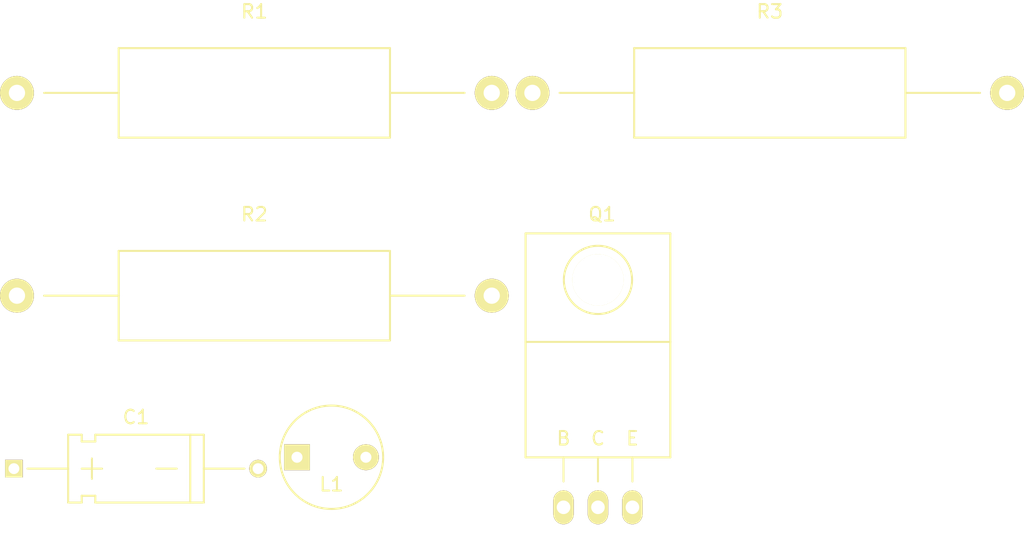
<source format=kicad_pcb>
(kicad_pcb (version 4) (host pcbnew "(2014-jul-16 BZR unknown)-product")

  (general
    (links 8)
    (no_connects 8)
    (area 173.99 49.53 249.99856 91.2879)
    (thickness 1.6)
    (drawings 0)
    (tracks 0)
    (zones 0)
    (modules 6)
    (nets 6)
  )

  (page A4)
  (layers
    (0 F.Cu signal)
    (31 B.Cu signal)
    (32 B.Adhes user)
    (33 F.Adhes user)
    (34 B.Paste user)
    (35 F.Paste user)
    (36 B.SilkS user)
    (37 F.SilkS user)
    (38 B.Mask user)
    (39 F.Mask user)
    (40 Dwgs.User user)
    (41 Cmts.User user)
    (42 Eco1.User user)
    (43 Eco2.User user)
    (44 Edge.Cuts user)
    (45 Margin user)
    (46 B.CrtYd user)
    (47 F.CrtYd user)
    (48 B.Fab user)
    (49 F.Fab user)
  )

  (setup
    (last_trace_width 0.254)
    (trace_clearance 0.254)
    (zone_clearance 0.508)
    (zone_45_only no)
    (trace_min 0.254)
    (segment_width 0.2)
    (edge_width 0.1)
    (via_size 0.889)
    (via_drill 0.635)
    (via_min_size 0.889)
    (via_min_drill 0.508)
    (uvia_size 0.508)
    (uvia_drill 0.127)
    (uvias_allowed no)
    (uvia_min_size 0.508)
    (uvia_min_drill 0.127)
    (pcb_text_width 0.3)
    (pcb_text_size 1.5 1.5)
    (mod_edge_width 0.15)
    (mod_text_size 1 1)
    (mod_text_width 0.15)
    (pad_size 1.5 1.5)
    (pad_drill 0.6)
    (pad_to_mask_clearance 0)
    (aux_axis_origin 0 0)
    (visible_elements FFFFFF7F)
    (pcbplotparams
      (layerselection 0x00030_80000001)
      (usegerberextensions false)
      (excludeedgelayer true)
      (linewidth 0.100000)
      (plotframeref false)
      (viasonmask false)
      (mode 1)
      (useauxorigin false)
      (hpglpennumber 1)
      (hpglpenspeed 20)
      (hpglpendiameter 15)
      (hpglpenoverlay 2)
      (psnegative false)
      (psa4output false)
      (plotreference true)
      (plotvalue true)
      (plotinvisibletext false)
      (padsonsilk false)
      (subtractmaskfromsilk false)
      (outputformat 1)
      (mirror false)
      (drillshape 1)
      (scaleselection 1)
      (outputdirectory ""))
  )

  (net 0 "")
  (net 1 N-0003)
  (net 2 N-0005)
  (net 3 N-0002)
  (net 4 N-0004)
  (net 5 N-0001)

  (net_class Default "This is the default net class."
    (clearance 0.254)
    (trace_width 0.254)
    (via_dia 0.889)
    (via_drill 0.635)
    (uvia_dia 0.508)
    (uvia_drill 0.127)
    (add_net N-0001)
    (add_net N-0002)
    (add_net N-0003)
    (add_net N-0004)
    (add_net N-0005)
  )

  (module Capacitors_ThroughHole:C_Axial_D5_L11_P18 (layer F.Cu) (tedit 5536700C) (tstamp 5536707D)
    (at 175.269001 84.409)
    (descr "Axial Electrolytic Capacitor Diameter 5mm x Length 11mm, Pitch 18mm")
    (tags "Electrolytic Capacitor")
    (path 0)
    (fp_text reference C1 (at 9 -3.8) (layer F.SilkS)
      (effects (font (size 1 1) (thickness 0.15)))
    )
    (fp_text value Ceramic_Capacitor (at 9 3.8) (layer F.Fab)
      (effects (font (size 1 1) (thickness 0.15)))
    )
    (fp_line (start 6 2.5) (end 14 2.5) (layer F.SilkS) (width 0.15))
    (fp_line (start 5 2.5) (end 4 2.5) (layer F.SilkS) (width 0.15))
    (fp_line (start 5 -2.5) (end 4 -2.5) (layer F.SilkS) (width 0.15))
    (fp_line (start 14 -2.5) (end 6 -2.5) (layer F.SilkS) (width 0.15))
    (fp_line (start 14 2.5) (end 14 -2.5) (layer F.SilkS) (width 0.15))
    (fp_line (start 13 -2.5) (end 13 2.5) (layer F.SilkS) (width 0.15))
    (fp_line (start 4 2.5) (end 4 -2.5) (layer F.SilkS) (width 0.15))
    (fp_line (start 6 2.5) (end 6 2) (layer F.SilkS) (width 0.15))
    (fp_line (start 6 2) (end 5 2) (layer F.SilkS) (width 0.15))
    (fp_line (start 5 2) (end 5 2.5) (layer F.SilkS) (width 0.15))
    (fp_line (start 5 -2.5) (end 5 -2) (layer F.SilkS) (width 0.15))
    (fp_line (start 5 -2) (end 6 -2) (layer F.SilkS) (width 0.15))
    (fp_line (start 6 -2) (end 6 -2.5) (layer F.SilkS) (width 0.15))
    (fp_line (start 17 0) (end 14 0) (layer F.SilkS) (width 0.15))
    (fp_line (start 4 0) (end 1 0) (layer F.SilkS) (width 0.15))
    (fp_line (start 10.5 0) (end 12 0) (layer F.SilkS) (width 0.15))
    (fp_line (start 5 0) (end 6.5 0) (layer F.SilkS) (width 0.15))
    (fp_line (start 5.75 0.75) (end 5.75 -0.75) (layer F.SilkS) (width 0.15))
    (fp_line (start -1 -2.8) (end 19 -2.8) (layer F.CrtYd) (width 0.05))
    (fp_line (start 19 -2.8) (end 19 2.8) (layer F.CrtYd) (width 0.05))
    (fp_line (start 19 2.8) (end -1 2.8) (layer F.CrtYd) (width 0.05))
    (fp_line (start -1 2.8) (end -1 -2.8) (layer F.CrtYd) (width 0.05))
    (pad 1 thru_hole rect (at 0 0) (size 1.3 1.3) (drill 0.8) (layers *.Cu *.Mask F.SilkS)
      (net 1 N-0003))
    (pad 2 thru_hole circle (at 18 0) (size 1.3 1.3) (drill 0.8) (layers *.Cu *.Mask F.SilkS)
      (net 2 N-0005))
    (model Capacitors_ThroughHole.3dshapes/C_Axial_D5_L11_P18.wrl
      (at (xyz 0.354331 0 0))
      (scale (xyz 1 1 1))
      (rotate (xyz 0 0 180))
    )
  )

  (module Inductors:INDUCTOR_V (layer F.Cu) (tedit 5536700C) (tstamp 55367084)
    (at 198.679001 83.569001)
    (descr "Inductor (vertical)")
    (tags INDUCTOR)
    (path 0)
    (fp_text reference L1 (at 0 1.99898) (layer F.SilkS)
      (effects (font (size 1 1) (thickness 0.15)))
    )
    (fp_text value Inductor (at 0.09906 -1.99898) (layer F.Fab)
      (effects (font (size 1 1) (thickness 0.15)))
    )
    (fp_circle (center 0 0) (end 3.81 0) (layer F.SilkS) (width 0.15))
    (pad 1 thru_hole rect (at -2.54 0) (size 1.905 1.905) (drill 0.8128) (layers *.Cu *.Mask F.SilkS)
      (net 1 N-0003))
    (pad 2 thru_hole circle (at 2.54 0) (size 1.905 1.905) (drill 0.8128) (layers *.Cu *.Mask F.SilkS)
      (net 2 N-0005))
    (model Inductors.3dshapes/INDUCTOR_V.wrl
      (at (xyz 0 0 0))
      (scale (xyz 2 2 2))
      (rotate (xyz 0 0 0))
    )
  )

  (module "KS Library2:TO-220_Bipolar-BCE_Horizontal-KS" (layer F.Cu) (tedit 55366FD8) (tstamp 5536709B)
    (at 218.326003 87.25916)
    (descr "TO-220, Bipolar-BCE, Horizontal,")
    (tags "TO-220, Bipolar-BCE, Horizontal,")
    (path 0)
    (fp_text reference Q1 (at 0.29972 -21.60016) (layer F.SilkS)
      (effects (font (size 1 1) (thickness 0.15)))
    )
    (fp_text value NPN-Transistor (at -0.14986 2.99974) (layer F.Fab)
      (effects (font (size 1 1) (thickness 0.15)))
    )
    (fp_text user E (at 2.54 -5.08) (layer F.SilkS)
      (effects (font (size 1 1) (thickness 0.15)))
    )
    (fp_text user C (at 0 -5.08) (layer F.SilkS)
      (effects (font (size 1 1) (thickness 0.15)))
    )
    (fp_text user B (at -2.54 -5.08) (layer F.SilkS)
      (effects (font (size 1 1) (thickness 0.15)))
    )
    (fp_circle (center 0 -16.764) (end 1.778 -14.986) (layer F.SilkS) (width 0.15))
    (fp_line (start -2.54 -3.683) (end -2.54 -1.905) (layer F.SilkS) (width 0.15))
    (fp_line (start 0 -3.683) (end 0 -1.905) (layer F.SilkS) (width 0.15))
    (fp_line (start 2.54 -3.683) (end 2.54 -1.905) (layer F.SilkS) (width 0.15))
    (fp_line (start 5.334 -12.192) (end 5.334 -20.193) (layer F.SilkS) (width 0.15))
    (fp_line (start 5.334 -20.193) (end -5.334 -20.193) (layer F.SilkS) (width 0.15))
    (fp_line (start -5.334 -20.193) (end -5.334 -12.192) (layer F.SilkS) (width 0.15))
    (fp_line (start 5.334 -3.683) (end 5.334 -12.192) (layer F.SilkS) (width 0.15))
    (fp_line (start 5.334 -12.192) (end -5.334 -12.192) (layer F.SilkS) (width 0.15))
    (fp_line (start -5.334 -12.192) (end -5.334 -3.683) (layer F.SilkS) (width 0.15))
    (fp_line (start 0 -3.683) (end -5.334 -3.683) (layer F.SilkS) (width 0.15))
    (fp_line (start 0 -3.683) (end 5.334 -3.683) (layer F.SilkS) (width 0.15))
    (pad 3 thru_hole oval (at 0 0 90) (size 2.49936 1.50114) (drill 1.00076) (layers *.Cu *.Mask F.SilkS)
      (net 1 N-0003))
    (pad 2 thru_hole oval (at -2.54 0 90) (size 2.49936 1.50114) (drill 1.00076) (layers *.Cu *.Mask F.SilkS)
      (net 3 N-0002))
    (pad 1 thru_hole oval (at 2.54 0 90) (size 2.49936 1.50114) (drill 1.00076) (layers *.Cu *.Mask F.SilkS)
      (net 4 N-0004))
    (pad "" np_thru_hole circle (at 0 -16.764 90) (size 3.79984 3.79984) (drill 3.79984) (layers *.Cu *.Mask F.SilkS))
    (model Transistors_TO-220.3dshapes/TO-220_Bipolar-BCE_Horizontal.wrl
      (at (xyz 0 0 0))
      (scale (xyz 0.3937 0.3937 0.3937))
      (rotate (xyz 0 0 0))
    )
  )

  (module Resistors_ThroughHole:Resistor_Cement_Horizontal_Meggitt-SBC-2 (layer F.Cu) (tedit 5536700C) (tstamp 553670A8)
    (at 192.99428 56.70848)
    (descr "Resistor, Cement, Horizontal, Meggit, SBC, SBC-2,")
    (tags "Resistor, Cement, Horizontal, Meggit, SBC, SBC-2,")
    (path 0)
    (fp_text reference R1 (at 0 -5.99948) (layer F.SilkS)
      (effects (font (size 1 1) (thickness 0.15)))
    )
    (fp_text value 220Ω_Resistor (at -0.24892 6.74878) (layer F.Fab)
      (effects (font (size 1 1) (thickness 0.15)))
    )
    (fp_line (start -9.99998 0) (end -15.49908 0) (layer F.SilkS) (width 0.15))
    (fp_line (start 9.99998 0) (end 15.49908 0) (layer F.SilkS) (width 0.15))
    (fp_line (start 9.99998 0) (end 9.99998 -3.29946) (layer F.SilkS) (width 0.15))
    (fp_line (start 9.99998 -3.29946) (end -9.99998 -3.29946) (layer F.SilkS) (width 0.15))
    (fp_line (start -9.99998 -3.29946) (end -9.99998 3.29946) (layer F.SilkS) (width 0.15))
    (fp_line (start -9.99998 3.29946) (end 9.99998 3.29946) (layer F.SilkS) (width 0.15))
    (fp_line (start 9.99998 3.29946) (end 9.99998 0) (layer F.SilkS) (width 0.15))
    (pad 1 thru_hole circle (at -17.5006 0 180) (size 2.49936 2.49936) (drill 1.19888) (layers *.Cu *.Mask F.SilkS)
      (net 5 N-0001))
    (pad 2 thru_hole circle (at 17.5006 0 180) (size 2.49936 2.49936) (drill 1.19888) (layers *.Cu *.Mask F.SilkS)
      (net 3 N-0002))
  )

  (module Resistors_ThroughHole:Resistor_Cement_Horizontal_Meggitt-SBC-2 (layer F.Cu) (tedit 5536700C) (tstamp 553670B5)
    (at 192.99428 71.65848)
    (descr "Resistor, Cement, Horizontal, Meggit, SBC, SBC-2,")
    (tags "Resistor, Cement, Horizontal, Meggit, SBC, SBC-2,")
    (path 0)
    (fp_text reference R2 (at 0 -5.99948) (layer F.SilkS)
      (effects (font (size 1 1) (thickness 0.15)))
    )
    (fp_text value 400Ω_Resistor (at -0.24892 6.74878) (layer F.Fab)
      (effects (font (size 1 1) (thickness 0.15)))
    )
    (fp_line (start -9.99998 0) (end -15.49908 0) (layer F.SilkS) (width 0.15))
    (fp_line (start 9.99998 0) (end 15.49908 0) (layer F.SilkS) (width 0.15))
    (fp_line (start 9.99998 0) (end 9.99998 -3.29946) (layer F.SilkS) (width 0.15))
    (fp_line (start 9.99998 -3.29946) (end -9.99998 -3.29946) (layer F.SilkS) (width 0.15))
    (fp_line (start -9.99998 -3.29946) (end -9.99998 3.29946) (layer F.SilkS) (width 0.15))
    (fp_line (start -9.99998 3.29946) (end 9.99998 3.29946) (layer F.SilkS) (width 0.15))
    (fp_line (start 9.99998 3.29946) (end 9.99998 0) (layer F.SilkS) (width 0.15))
    (pad 1 thru_hole circle (at -17.5006 0 180) (size 2.49936 2.49936) (drill 1.19888) (layers *.Cu *.Mask F.SilkS)
      (net 4 N-0004))
    (pad 2 thru_hole circle (at 17.5006 0 180) (size 2.49936 2.49936) (drill 1.19888) (layers *.Cu *.Mask F.SilkS)
      (net 5 N-0001))
  )

  (module Resistors_ThroughHole:Resistor_Cement_Horizontal_Meggitt-SBC-2 (layer F.Cu) (tedit 5536700C) (tstamp 553670C2)
    (at 230.99428 56.70848)
    (descr "Resistor, Cement, Horizontal, Meggit, SBC, SBC-2,")
    (tags "Resistor, Cement, Horizontal, Meggit, SBC, SBC-2,")
    (path 0)
    (fp_text reference R3 (at 0 -5.99948) (layer F.SilkS)
      (effects (font (size 1 1) (thickness 0.15)))
    )
    (fp_text value 100Ω_Resistor (at -0.24892 6.74878) (layer F.Fab)
      (effects (font (size 1 1) (thickness 0.15)))
    )
    (fp_line (start -9.99998 0) (end -15.49908 0) (layer F.SilkS) (width 0.15))
    (fp_line (start 9.99998 0) (end 15.49908 0) (layer F.SilkS) (width 0.15))
    (fp_line (start 9.99998 0) (end 9.99998 -3.29946) (layer F.SilkS) (width 0.15))
    (fp_line (start 9.99998 -3.29946) (end -9.99998 -3.29946) (layer F.SilkS) (width 0.15))
    (fp_line (start -9.99998 -3.29946) (end -9.99998 3.29946) (layer F.SilkS) (width 0.15))
    (fp_line (start -9.99998 3.29946) (end 9.99998 3.29946) (layer F.SilkS) (width 0.15))
    (fp_line (start 9.99998 3.29946) (end 9.99998 0) (layer F.SilkS) (width 0.15))
    (pad 1 thru_hole circle (at -17.5006 0 180) (size 2.49936 2.49936) (drill 1.19888) (layers *.Cu *.Mask F.SilkS)
      (net 5 N-0001))
    (pad 2 thru_hole circle (at 17.5006 0 180) (size 2.49936 2.49936) (drill 1.19888) (layers *.Cu *.Mask F.SilkS)
      (net 2 N-0005))
  )

)

</source>
